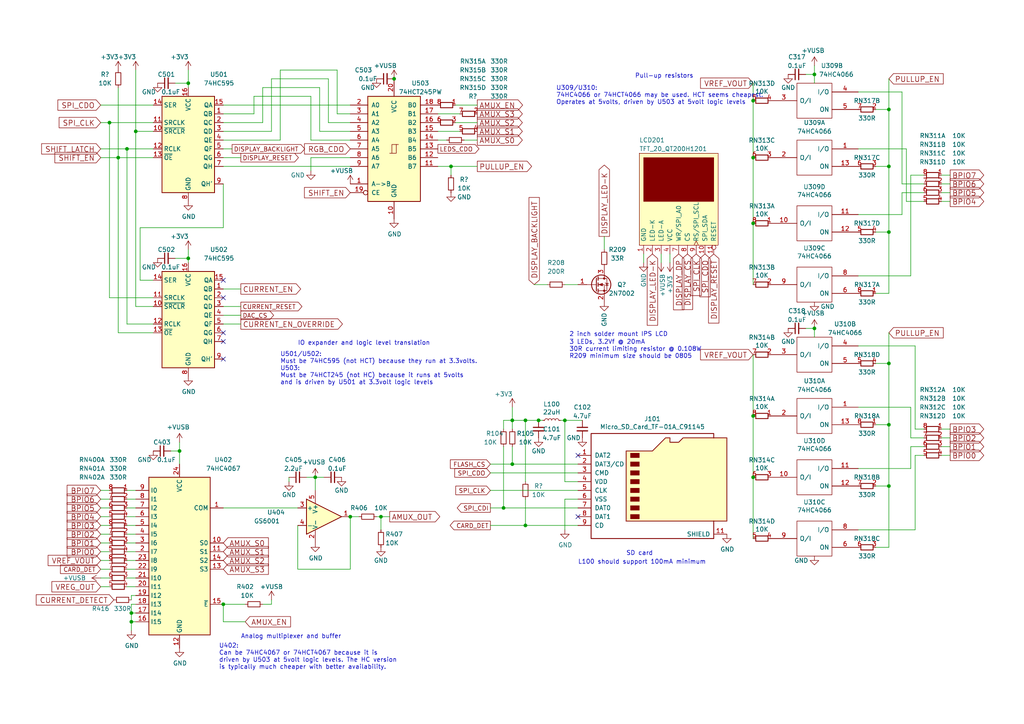
<source format=kicad_sch>
(kicad_sch (version 20230121) (generator eeschema)
  (paper "A4")
  (junction (at 101.6 149.86))
  (junction (at 146.05 147.32))
  (junction (at 91.44 138.43))
  (junction (at 130.81 48.26))
  (junction (at 163.83 121.92))
  (junction (at 236.22 95.25))
  (junction (at 39.37 38.1))
  (junction (at 64.77 175.26))
  (junction (at 218.44 45.72))
  (junction (at 36.83 43.18))
  (junction (at 34.29 45.72))
  (junction (at 54.61 24.13))
  (junction (at 257.81 48.26))
  (junction (at 218.44 64.77))
  (junction (at 38.1 180.34))
  (junction (at 54.61 74.93))
  (junction (at 257.81 31.75))
  (junction (at 218.44 120.65))
  (junction (at 148.59 134.62))
  (junction (at 152.4 121.92))
  (junction (at 31.75 35.56))
  (junction (at 218.44 29.21))
  (junction (at 257.81 140.97))
  (junction (at 218.44 138.43))
  (junction (at 114.3 22.86))
  (junction (at 257.81 67.31))
  (junction (at 110.49 149.86))
  (junction (at 152.4 152.4))
  (junction (at 257.81 123.19))
  (junction (at 38.1 177.8))
  (junction (at 257.81 105.41))
  (junction (at 236.22 21.59))
  (junction (at 148.59 121.92))
  (junction (at 52.07 130.81))
  (junction (at 156.21 121.92))
  (no_connect (at 167.64 132.08))
  (no_connect (at 64.77 99.06))
  (no_connect (at 167.64 149.86))
  (no_connect (at 64.77 104.14))
  (no_connect (at 64.77 96.52))
  (no_connect (at 64.77 81.28))
  (no_connect (at 64.77 86.36))
  (wire (pts (xy 39.37 167.64) (xy 36.83 167.64)))
  (wire (pts (xy 81.28 20.32) (xy 97.79 20.32)))
  (wire (pts (xy 261.62 62.23) (xy 248.92 62.23)))
  (wire (pts (xy 52.07 128.27) (xy 52.07 130.81)))
  (wire (pts (xy 167.64 139.7) (xy 163.83 139.7)))
  (wire (pts (xy 69.85 83.82) (xy 64.77 83.82)))
  (wire (pts (xy 265.43 132.08) (xy 267.97 132.08)))
  (wire (pts (xy 40.64 66.04) (xy 40.64 81.28)))
  (wire (pts (xy 254 123.19) (xy 257.81 123.19)))
  (wire (pts (xy 52.07 134.62) (xy 52.07 130.81)))
  (wire (pts (xy 248.92 153.67) (xy 265.43 153.67)))
  (wire (pts (xy 76.2 35.56) (xy 76.2 25.4)))
  (wire (pts (xy 257.81 96.52) (xy 257.81 105.41)))
  (wire (pts (xy 31.75 152.4) (xy 29.21 152.4)))
  (wire (pts (xy 127 48.26) (xy 130.81 48.26)))
  (wire (pts (xy 264.16 80.01) (xy 248.92 80.01)))
  (wire (pts (xy 148.59 118.11) (xy 148.59 121.92)))
  (wire (pts (xy 39.37 175.26) (xy 38.1 175.26)))
  (wire (pts (xy 64.77 35.56) (xy 76.2 35.56)))
  (wire (pts (xy 104.14 149.86) (xy 101.6 149.86)))
  (wire (pts (xy 73.66 33.02) (xy 73.66 27.94)))
  (wire (pts (xy 248.92 100.33) (xy 265.43 100.33)))
  (wire (pts (xy 31.75 147.32) (xy 29.21 147.32)))
  (wire (pts (xy 163.83 144.78) (xy 163.83 153.67)))
  (wire (pts (xy 64.77 38.1) (xy 78.74 38.1)))
  (wire (pts (xy 39.37 154.94) (xy 36.83 154.94)))
  (wire (pts (xy 152.4 144.78) (xy 152.4 152.4)))
  (wire (pts (xy 261.62 26.67) (xy 261.62 53.34)))
  (wire (pts (xy 273.05 127) (xy 275.59 127)))
  (wire (pts (xy 50.8 24.13) (xy 54.61 24.13)))
  (wire (pts (xy 91.44 138.43) (xy 91.44 142.24)))
  (wire (pts (xy 36.83 93.98) (xy 36.83 43.18)))
  (wire (pts (xy 218.44 120.65) (xy 218.44 138.43)))
  (wire (pts (xy 54.61 20.32) (xy 54.61 24.13)))
  (wire (pts (xy 262.89 43.18) (xy 262.89 58.42)))
  (wire (pts (xy 44.45 38.1) (xy 39.37 38.1)))
  (wire (pts (xy 148.59 134.62) (xy 142.24 134.62)))
  (wire (pts (xy 175.26 68.58) (xy 175.26 72.39)))
  (wire (pts (xy 71.12 180.34) (xy 64.77 180.34)))
  (wire (pts (xy 218.44 24.13) (xy 218.44 29.21)))
  (wire (pts (xy 233.68 21.59) (xy 236.22 21.59)))
  (wire (pts (xy 273.05 53.34) (xy 275.59 53.34)))
  (wire (pts (xy 257.81 105.41) (xy 257.81 123.19)))
  (wire (pts (xy 97.79 33.02) (xy 101.6 33.02)))
  (wire (pts (xy 36.83 43.18) (xy 44.45 43.18)))
  (wire (pts (xy 31.75 35.56) (xy 29.21 35.56)))
  (wire (pts (xy 264.16 50.8) (xy 264.16 80.01)))
  (wire (pts (xy 148.59 121.92) (xy 152.4 121.92)))
  (wire (pts (xy 236.22 95.25) (xy 236.22 97.79)))
  (wire (pts (xy 254 140.97) (xy 257.81 140.97)))
  (wire (pts (xy 254 48.26) (xy 257.81 48.26)))
  (wire (pts (xy 265.43 132.08) (xy 265.43 153.67)))
  (wire (pts (xy 38.1 172.72) (xy 39.37 172.72)))
  (wire (pts (xy 64.77 48.26) (xy 101.6 48.26)))
  (wire (pts (xy 157.48 121.92) (xy 156.21 121.92)))
  (wire (pts (xy 38.1 180.34) (xy 38.1 182.88)))
  (wire (pts (xy 78.74 175.26) (xy 76.2 175.26)))
  (wire (pts (xy 236.22 24.13) (xy 236.22 21.59)))
  (wire (pts (xy 262.89 58.42) (xy 267.97 58.42)))
  (wire (pts (xy 261.62 55.88) (xy 261.62 62.23)))
  (wire (pts (xy 71.12 175.26) (xy 64.77 175.26)))
  (wire (pts (xy 90.17 40.64) (xy 101.6 40.64)))
  (wire (pts (xy 254 31.75) (xy 257.81 31.75)))
  (wire (pts (xy 50.8 74.93) (xy 54.61 74.93)))
  (wire (pts (xy 90.17 45.72) (xy 90.17 49.53)))
  (wire (pts (xy 39.37 162.56) (xy 36.83 162.56)))
  (wire (pts (xy 110.49 153.67) (xy 110.49 149.86)))
  (wire (pts (xy 109.22 149.86) (xy 110.49 149.86)))
  (wire (pts (xy 29.21 170.18) (xy 31.75 170.18)))
  (wire (pts (xy 264.16 127) (xy 264.16 118.11)))
  (wire (pts (xy 64.77 180.34) (xy 64.77 175.26)))
  (wire (pts (xy 127 40.64) (xy 129.54 40.64)))
  (wire (pts (xy 36.83 43.18) (xy 29.21 43.18)))
  (wire (pts (xy 254 67.31) (xy 257.81 67.31)))
  (wire (pts (xy 29.21 165.1) (xy 31.75 165.1)))
  (wire (pts (xy 167.64 152.4) (xy 152.4 152.4)))
  (wire (pts (xy 257.81 123.19) (xy 257.81 140.97)))
  (wire (pts (xy 148.59 121.92) (xy 148.59 124.46)))
  (wire (pts (xy 146.05 121.92) (xy 146.05 124.46)))
  (wire (pts (xy 148.59 129.54) (xy 148.59 134.62)))
  (wire (pts (xy 78.74 173.99) (xy 78.74 175.26)))
  (wire (pts (xy 36.83 144.78) (xy 39.37 144.78)))
  (wire (pts (xy 186.69 73.66) (xy 186.69 76.2)))
  (wire (pts (xy 81.28 40.64) (xy 81.28 20.32)))
  (wire (pts (xy 36.83 152.4) (xy 39.37 152.4)))
  (wire (pts (xy 127 33.02) (xy 133.35 33.02)))
  (wire (pts (xy 38.1 175.26) (xy 38.1 177.8)))
  (wire (pts (xy 273.05 50.8) (xy 275.59 50.8)))
  (wire (pts (xy 167.64 144.78) (xy 163.83 144.78)))
  (wire (pts (xy 97.79 20.32) (xy 97.79 33.02)))
  (wire (pts (xy 130.81 48.26) (xy 138.43 48.26)))
  (wire (pts (xy 73.66 27.94) (xy 90.17 27.94)))
  (wire (pts (xy 39.37 20.32) (xy 39.37 38.1)))
  (wire (pts (xy 257.81 22.86) (xy 257.81 31.75)))
  (wire (pts (xy 273.05 58.42) (xy 275.59 58.42)))
  (wire (pts (xy 36.83 170.18) (xy 39.37 170.18)))
  (wire (pts (xy 86.36 165.1) (xy 101.6 165.1)))
  (wire (pts (xy 273.05 129.54) (xy 275.59 129.54)))
  (wire (pts (xy 146.05 147.32) (xy 142.24 147.32)))
  (wire (pts (xy 248.92 26.67) (xy 261.62 26.67)))
  (wire (pts (xy 95.25 22.86) (xy 95.25 35.56)))
  (wire (pts (xy 64.77 40.64) (xy 81.28 40.64)))
  (wire (pts (xy 31.75 142.24) (xy 29.21 142.24)))
  (wire (pts (xy 264.16 129.54) (xy 267.97 129.54)))
  (wire (pts (xy 133.35 38.1) (xy 127 38.1)))
  (wire (pts (xy 254 158.75) (xy 257.81 158.75)))
  (wire (pts (xy 92.71 38.1) (xy 101.6 38.1)))
  (wire (pts (xy 78.74 22.86) (xy 95.25 22.86)))
  (wire (pts (xy 44.45 96.52) (xy 34.29 96.52)))
  (wire (pts (xy 191.77 73.66) (xy 191.77 76.2)))
  (wire (pts (xy 261.62 53.34) (xy 267.97 53.34)))
  (wire (pts (xy 273.05 55.88) (xy 275.59 55.88)))
  (wire (pts (xy 69.85 88.9) (xy 64.77 88.9)))
  (wire (pts (xy 29.21 160.02) (xy 31.75 160.02)))
  (wire (pts (xy 93.98 138.43) (xy 91.44 138.43)))
  (wire (pts (xy 83.82 138.43) (xy 83.82 139.7)))
  (wire (pts (xy 38.1 173.99) (xy 38.1 172.72)))
  (wire (pts (xy 67.31 43.18) (xy 64.77 43.18)))
  (wire (pts (xy 39.37 88.9) (xy 39.37 38.1)))
  (wire (pts (xy 29.21 157.48) (xy 31.75 157.48)))
  (wire (pts (xy 168.91 121.92) (xy 163.83 121.92)))
  (wire (pts (xy 158.75 82.55) (xy 154.94 82.55)))
  (wire (pts (xy 64.77 33.02) (xy 73.66 33.02)))
  (wire (pts (xy 64.77 66.04) (xy 40.64 66.04)))
  (wire (pts (xy 40.64 81.28) (xy 44.45 81.28)))
  (wire (pts (xy 257.81 140.97) (xy 257.81 158.75)))
  (wire (pts (xy 248.92 43.18) (xy 262.89 43.18)))
  (wire (pts (xy 34.29 96.52) (xy 34.29 45.72)))
  (wire (pts (xy 64.77 91.44) (xy 69.85 91.44)))
  (wire (pts (xy 90.17 27.94) (xy 90.17 40.64)))
  (wire (pts (xy 273.05 124.46) (xy 275.59 124.46)))
  (wire (pts (xy 44.45 35.56) (xy 31.75 35.56)))
  (wire (pts (xy 29.21 144.78) (xy 31.75 144.78)))
  (wire (pts (xy 134.62 40.64) (xy 138.43 40.64)))
  (wire (pts (xy 264.16 127) (xy 267.97 127)))
  (wire (pts (xy 265.43 124.46) (xy 265.43 100.33)))
  (wire (pts (xy 163.83 82.55) (xy 167.64 82.55)))
  (wire (pts (xy 167.64 137.16) (xy 142.24 137.16)))
  (wire (pts (xy 64.77 147.32) (xy 86.36 147.32)))
  (wire (pts (xy 152.4 152.4) (xy 142.24 152.4)))
  (wire (pts (xy 264.16 50.8) (xy 267.97 50.8)))
  (wire (pts (xy 130.81 50.8) (xy 130.81 48.26)))
  (wire (pts (xy 44.45 88.9) (xy 39.37 88.9)))
  (wire (pts (xy 167.64 142.24) (xy 142.24 142.24)))
  (wire (pts (xy 38.1 177.8) (xy 38.1 180.34)))
  (wire (pts (xy 64.77 53.34) (xy 64.77 66.04)))
  (wire (pts (xy 101.6 165.1) (xy 101.6 149.86)))
  (wire (pts (xy 54.61 74.93) (xy 54.61 76.2)))
  (wire (pts (xy 257.81 67.31) (xy 257.81 85.09)))
  (wire (pts (xy 218.44 45.72) (xy 218.44 64.77)))
  (wire (pts (xy 39.37 177.8) (xy 38.1 177.8)))
  (wire (pts (xy 36.83 157.48) (xy 39.37 157.48)))
  (wire (pts (xy 34.29 25.4) (xy 34.29 45.72)))
  (wire (pts (xy 44.45 86.36) (xy 31.75 86.36)))
  (wire (pts (xy 31.75 162.56) (xy 29.21 162.56)))
  (wire (pts (xy 88.9 138.43) (xy 91.44 138.43)))
  (wire (pts (xy 39.37 142.24) (xy 36.83 142.24)))
  (wire (pts (xy 36.83 149.86) (xy 39.37 149.86)))
  (wire (pts (xy 31.75 86.36) (xy 31.75 35.56)))
  (wire (pts (xy 218.44 102.87) (xy 218.44 120.65)))
  (wire (pts (xy 49.53 130.81) (xy 52.07 130.81)))
  (wire (pts (xy 44.45 30.48) (xy 29.21 30.48)))
  (wire (pts (xy 64.77 30.48) (xy 101.6 30.48)))
  (wire (pts (xy 167.64 134.62) (xy 148.59 134.62)))
  (wire (pts (xy 146.05 129.54) (xy 146.05 147.32)))
  (wire (pts (xy 264.16 129.54) (xy 264.16 135.89)))
  (wire (pts (xy 236.22 19.05) (xy 236.22 21.59)))
  (wire (pts (xy 86.36 152.4) (xy 86.36 165.1)))
  (wire (pts (xy 233.68 95.25) (xy 236.22 95.25)))
  (wire (pts (xy 257.81 48.26) (xy 257.81 67.31)))
  (wire (pts (xy 218.44 138.43) (xy 218.44 156.21)))
  (wire (pts (xy 148.59 121.92) (xy 146.05 121.92)))
  (wire (pts (xy 218.44 64.77) (xy 218.44 82.55)))
  (wire (pts (xy 254 105.41) (xy 257.81 105.41)))
  (wire (pts (xy 54.61 72.39) (xy 54.61 74.93)))
  (wire (pts (xy 44.45 45.72) (xy 34.29 45.72)))
  (wire (pts (xy 29.21 149.86) (xy 31.75 149.86)))
  (wire (pts (xy 254 85.09) (xy 257.81 85.09)))
  (wire (pts (xy 101.6 45.72) (xy 90.17 45.72)))
  (wire (pts (xy 163.83 139.7) (xy 163.83 121.92)))
  (wire (pts (xy 152.4 139.7) (xy 152.4 121.92)))
  (wire (pts (xy 265.43 124.46) (xy 267.97 124.46)))
  (wire (pts (xy 44.45 93.98) (xy 36.83 93.98)))
  (wire (pts (xy 152.4 121.92) (xy 156.21 121.92)))
  (wire (pts (xy 64.77 45.72) (xy 69.85 45.72)))
  (wire (pts (xy 39.37 160.02) (xy 36.83 160.02)))
  (wire (pts (xy 36.83 165.1) (xy 39.37 165.1)))
  (wire (pts (xy 78.74 38.1) (xy 78.74 22.86)))
  (wire (pts (xy 273.05 132.08) (xy 275.59 132.08)))
  (wire (pts (xy 95.25 35.56) (xy 101.6 35.56)))
  (wire (pts (xy 110.49 149.86) (xy 113.03 149.86)))
  (wire (pts (xy 29.21 45.72) (xy 34.29 45.72)))
  (wire (pts (xy 257.81 31.75) (xy 257.81 48.26)))
  (wire (pts (xy 69.85 93.98) (xy 64.77 93.98)))
  (wire (pts (xy 194.31 73.66) (xy 194.31 76.2)))
  (wire (pts (xy 218.44 29.21) (xy 218.44 45.72)))
  (wire (pts (xy 132.08 30.48) (xy 138.43 30.48)))
  (wire (pts (xy 167.64 147.32) (xy 146.05 147.32)))
  (wire (pts (xy 29.21 154.94) (xy 31.75 154.94)))
  (wire (pts (xy 162.56 121.92) (xy 163.83 121.92)))
  (wire (pts (xy 138.43 35.56) (xy 132.08 35.56)))
  (wire (pts (xy 261.62 55.88) (xy 267.97 55.88)))
  (wire (pts (xy 248.92 118.11) (xy 264.16 118.11)))
  (wire (pts (xy 39.37 147.32) (xy 36.83 147.32)))
  (wire (pts (xy 39.37 180.34) (xy 38.1 180.34)))
  (wire (pts (xy 76.2 25.4) (xy 92.71 25.4)))
  (wire (pts (xy 248.92 135.89) (xy 264.16 135.89)))
  (wire (pts (xy 31.75 167.64) (xy 29.21 167.64)))
  (wire (pts (xy 54.61 24.13) (xy 54.61 25.4)))
  (wire (pts (xy 92.71 25.4) (xy 92.71 38.1)))
  (text "3 LEDs, 3.2Vf @ 20mA\n30R current limiting resistor @ 0.108W\nR209 minimum size should be 0805" (at 165.1 104.14 0) (effects (font (size 1.27 1.27)) (justify left bottom)))
  (text "2 inch solder mount IPS LCD" (at 165.1 97.79 0) (effects (font (size 1.27 1.27)) (justify left bottom)))
  (text "U402:\nCan be 74HC4067 or 74HCT4067 because it is \ndriven by U503 at 5volt logic levels. The HC version \nis typically much cheaper with better availability." (at 63.5 194.31 0) (effects (font (size 1.27 1.27)) (justify left bottom)))
  (text "SD card" (at 181.61 161.29 0) (effects (font (size 1.27 1.27)) (justify left bottom)))
  (text "Analog multiplexer and buffer" (at 69.85 185.42 0) (effects (font (size 1.27 1.27)) (justify left bottom)))
  (text "U501/U502:\nMust be 74HC595 (not HCT) because they run at 3.3volts.\nU503:\nMust be 74HCT245 (not HC) because it runs at 5volts\nand is driven by U501 at 3.3volt logic levels" (at 81.28 111.76 0) (effects (font (size 1.27 1.27)) (justify left bottom)))
  (text "U309/U310:\n74HC4066 or 74HCT4066 may be used. HCT seems cheapest.\nOperates at 5volts, driven by U503 at 5volt logic levels" (at 161.29 30.48 0) (effects (font (size 1.27 1.27)) (justify left bottom)))
  (text "L100 should support 100mA minimum" (at 167.64 163.83 0) (effects (font (size 1.27 1.27)) (justify left bottom)))
  (text "IO expander and logic level translation" (at 86.36 100.33 0) (effects (font (size 1.27 1.27)) (justify left bottom)))
  (text "Pull-up resistors" (at 184.15 22.86 0) (effects (font (size 1.27 1.27)) (justify left bottom)))
  (global_label "BPIO4" (shape output) (at 275.59 58.42 0) (effects (font (size 1.524 1.524))) (property "Intersheetrefs" "${INTERSHEET_REFS}" (effects hide)))
  (global_label "SHIFT_EN" (shape input) (at 29.21 45.72 180) (effects (font (size 1.524 1.524))) (property "Intersheetrefs" "${INTERSHEET_REFS}" (effects hide)))
  (global_label "DISPLAY_BACKLIGHT" (shape output) (at 67.31 43.18 0) (property "Intersheetrefs" "${INTERSHEET_REFS}" (effects hide)))
  (global_label "SPI_CDO" (shape input) (at 204.47 73.66 270) (effects (font (size 1.524 1.524))) (property "Intersheetrefs" "${INTERSHEET_REFS}" (effects hide)))
  (global_label "DAC_CS" (shape output) (at 69.85 91.44 0) (property "Intersheetrefs" "${INTERSHEET_REFS}" (effects hide)))
  (global_label "PULLUP_EN" (shape input) (at 257.81 22.86 0) (effects (font (size 1.524 1.524))) (property "Intersheetrefs" "${INTERSHEET_REFS}" (effects hide)))
  (global_label "AMUX_EN" (shape output) (at 138.43 30.48 0) (effects (font (size 1.524 1.524))) (property "Intersheetrefs" "${INTERSHEET_REFS}" (effects hide)))
  (global_label "BPIO2" (shape output) (at 275.59 127 0) (effects (font (size 1.524 1.524))) (property "Intersheetrefs" "${INTERSHEET_REFS}" (effects hide)))
  (global_label "PULLUP_EN" (shape input) (at 257.81 96.52 0) (effects (font (size 1.524 1.524))) (property "Intersheetrefs" "${INTERSHEET_REFS}" (effects hide)))
  (global_label "SPI_CLK" (shape input) (at 201.93 73.66 270) (effects (font (size 1.524 1.524))) (property "Intersheetrefs" "${INTERSHEET_REFS}" (effects hide)))
  (global_label "CURRENT_RESET" (shape output) (at 69.85 88.9 0) (property "Intersheetrefs" "${INTERSHEET_REFS}" (effects hide)))
  (global_label "AMUX_S0" (shape output) (at 138.43 40.64 0) (effects (font (size 1.524 1.524))) (property "Intersheetrefs" "${INTERSHEET_REFS}" (effects hide)))
  (global_label "SPI_CDO" (shape input) (at 29.21 30.48 180) (effects (font (size 1.524 1.524))) (property "Intersheetrefs" "${INTERSHEET_REFS}" (effects hide)))
  (global_label "AMUX_S0" (shape input) (at 64.77 157.48 0) (effects (font (size 1.524 1.524))) (property "Intersheetrefs" "${INTERSHEET_REFS}" (effects hide)))
  (global_label "BPIO1" (shape output) (at 275.59 129.54 0) (effects (font (size 1.524 1.524))) (property "Intersheetrefs" "${INTERSHEET_REFS}" (effects hide)))
  (global_label "DISPLAY_LED-K" (shape input) (at 189.23 73.66 270) (effects (font (size 1.524 1.524))) (property "Intersheetrefs" "${INTERSHEET_REFS}" (effects hide)))
  (global_label "AMUX_S2" (shape output) (at 138.43 35.56 0) (effects (font (size 1.524 1.524))) (property "Intersheetrefs" "${INTERSHEET_REFS}" (effects hide)))
  (global_label "AMUX_S1" (shape output) (at 138.43 38.1 0) (effects (font (size 1.524 1.524))) (property "Intersheetrefs" "${INTERSHEET_REFS}" (effects hide)))
  (global_label "CARD_DET" (shape input) (at 29.21 165.1 180) (property "Intersheetrefs" "${INTERSHEET_REFS}" (effects hide)))
  (global_label "VREF_VOUT" (shape input) (at 29.21 162.56 180) (effects (font (size 1.524 1.524))) (property "Intersheetrefs" "${INTERSHEET_REFS}" (effects hide)))
  (global_label "BPIO0" (shape input) (at 29.21 160.02 180) (effects (font (size 1.524 1.524))) (property "Intersheetrefs" "${INTERSHEET_REFS}" (effects hide)))
  (global_label "AMUX_S1" (shape input) (at 64.77 160.02 0) (effects (font (size 1.524 1.524))) (property "Intersheetrefs" "${INTERSHEET_REFS}" (effects hide)))
  (global_label "CURRENT_EN" (shape output) (at 69.85 83.82 0) (effects (font (size 1.524 1.524))) (property "Intersheetrefs" "${INTERSHEET_REFS}" (effects hide)))
  (global_label "CURRENT_DETECT" (shape input) (at 33.02 173.99 180) (effects (font (size 1.524 1.524))) (property "Intersheetrefs" "${INTERSHEET_REFS}" (effects hide)))
  (global_label "BPIO0" (shape output) (at 275.59 132.08 0) (effects (font (size 1.524 1.524))) (property "Intersheetrefs" "${INTERSHEET_REFS}" (effects hide)))
  (global_label "VREG_OUT" (shape input) (at 29.21 170.18 180) (effects (font (size 1.524 1.524))) (property "Intersheetrefs" "${INTERSHEET_REFS}" (effects hide)))
  (global_label "DISPLAY_BACKLIGHT" (shape input) (at 154.94 82.55 90) (effects (font (size 1.524 1.524))) (property "Intersheetrefs" "${INTERSHEET_REFS}" (effects hide)))
  (global_label "BPIO7" (shape input) (at 29.21 142.24 180) (effects (font (size 1.524 1.524))) (property "Intersheetrefs" "${INTERSHEET_REFS}" (effects hide)))
  (global_label "SPI_CLK" (shape input) (at 142.24 142.24 180) (property "Intersheetrefs" "${INTERSHEET_REFS}" (effects hide)))
  (global_label "AMUX_S3" (shape input) (at 64.77 165.1 0) (effects (font (size 1.524 1.524))) (property "Intersheetrefs" "${INTERSHEET_REFS}" (effects hide)))
  (global_label "BPIO5" (shape output) (at 275.59 55.88 0) (effects (font (size 1.524 1.524))) (property "Intersheetrefs" "${INTERSHEET_REFS}" (effects hide)))
  (global_label "FLASH_CS" (shape input) (at 142.24 134.62 180) (property "Intersheetrefs" "${INTERSHEET_REFS}" (effects hide)))
  (global_label "LEDS_CDO" (shape output) (at 127 43.18 0) (property "Intersheetrefs" "${INTERSHEET_REFS}" (effects hide)))
  (global_label "AMUX_S3" (shape output) (at 138.43 33.02 0) (effects (font (size 1.524 1.524))) (property "Intersheetrefs" "${INTERSHEET_REFS}" (effects hide)))
  (global_label "DISPLAY_RESET" (shape input) (at 207.01 73.66 270) (effects (font (size 1.524 1.524))) (property "Intersheetrefs" "${INTERSHEET_REFS}" (effects hide)))
  (global_label "BPIO4" (shape input) (at 29.21 149.86 180) (effects (font (size 1.524 1.524))) (property "Intersheetrefs" "${INTERSHEET_REFS}" (effects hide)))
  (global_label "VREF_VOUT" (shape input) (at 218.44 24.13 180) (effects (font (size 1.524 1.524))) (property "Intersheetrefs" "${INTERSHEET_REFS}" (effects hide)))
  (global_label "BPIO3" (shape input) (at 29.21 152.4 180) (effects (font (size 1.524 1.524))) (property "Intersheetrefs" "${INTERSHEET_REFS}" (effects hide)))
  (global_label "PULLUP_EN" (shape output) (at 138.43 48.26 0) (effects (font (size 1.524 1.524))) (property "Intersheetrefs" "${INTERSHEET_REFS}" (effects hide)))
  (global_label "BPIO5" (shape input) (at 29.21 147.32 180) (effects (font (size 1.524 1.524))) (property "Intersheetrefs" "${INTERSHEET_REFS}" (effects hide)))
  (global_label "BPIO7" (shape output) (at 275.59 50.8 0) (effects (font (size 1.524 1.524))) (property "Intersheetrefs" "${INTERSHEET_REFS}" (effects hide)))
  (global_label "VREF_VOUT" (shape input) (at 218.44 102.87 180) (effects (font (size 1.524 1.524))) (property "Intersheetrefs" "${INTERSHEET_REFS}" (effects hide)))
  (global_label "DISPLAY_RESET" (shape output) (at 69.85 45.72 0) (property "Intersheetrefs" "${INTERSHEET_REFS}" (effects hide)))
  (global_label "BPIO2" (shape input) (at 29.21 154.94 180) (effects (font (size 1.524 1.524))) (property "Intersheetrefs" "${INTERSHEET_REFS}" (effects hide)))
  (global_label "SPI_CDO" (shape input) (at 142.24 137.16 180) (property "Intersheetrefs" "${INTERSHEET_REFS}" (effects hide)))
  (global_label "SPI_CLK" (shape input) (at 29.21 35.56 180) (effects (font (size 1.524 1.524))) (property "Intersheetrefs" "${INTERSHEET_REFS}" (effects hide)))
  (global_label "BPIO1" (shape input) (at 29.21 157.48 180) (effects (font (size 1.524 1.524))) (property "Intersheetrefs" "${INTERSHEET_REFS}" (effects hide)))
  (global_label "SPI_CDI" (shape output) (at 142.24 147.32 180) (property "Intersheetrefs" "${INTERSHEET_REFS}" (effects hide)))
  (global_label "AMUX_S2" (shape input) (at 64.77 162.56 0) (effects (font (size 1.524 1.524))) (property "Intersheetrefs" "${INTERSHEET_REFS}" (effects hide)))
  (global_label "CARD_DET" (shape output) (at 142.24 152.4 180) (property "Intersheetrefs" "${INTERSHEET_REFS}" (effects hide)))
  (global_label "RGB_CDO" (shape input) (at 101.6 43.18 180) (effects (font (size 1.524 1.524))) (property "Intersheetrefs" "${INTERSHEET_REFS}" (effects hide)))
  (global_label "SHIFT_LATCH" (shape input) (at 29.21 43.18 180) (effects (font (size 1.524 1.524))) (property "Intersheetrefs" "${INTERSHEET_REFS}" (effects hide)))
  (global_label "CURRENT_EN_OVERRIDE" (shape output) (at 69.85 93.98 0) (effects (font (size 1.524 1.524))) (property "Intersheetrefs" "${INTERSHEET_REFS}" (effects hide)))
  (global_label "BPIO6" (shape input) (at 29.21 144.78 180) (effects (font (size 1.524 1.524))) (property "Intersheetrefs" "${INTERSHEET_REFS}" (effects hide)))
  (global_label "DISPLAY_CS" (shape input) (at 199.39 73.66 270) (effects (font (size 1.524 1.524))) (property "Intersheetrefs" "${INTERSHEET_REFS}" (effects hide)))
  (global_label "AMUX_EN" (shape input) (at 71.12 180.34 0) (effects (font (size 1.524 1.524))) (property "Intersheetrefs" "${INTERSHEET_REFS}" (effects hide)))
  (global_label "AMUX_OUT" (shape output) (at 113.03 149.86 0) (effects (font (size 1.524 1.524))) (property "Intersheetrefs" "${INTERSHEET_REFS}" (effects hide)))
  (global_label "DISPLAY_LED-K" (shape output) (at 175.26 68.58 90) (effects (font (size 1.524 1.524))) (property "Intersheetrefs" "${INTERSHEET_REFS}" (effects hide)))
  (global_label "DISPLAY_DP" (shape input) (at 196.85 73.66 270) (effects (font (size 1.524 1.524))) (property "Intersheetrefs" "${INTERSHEET_REFS}" (effects hide)))
  (global_label "SHIFT_EN" (shape input) (at 101.6 55.88 180) (effects (font (size 1.524 1.524))) (property "Intersheetrefs" "${INTERSHEET_REFS}" (effects hide)))
  (global_label "BPIO3" (shape output) (at 275.59 124.46 0) (effects (font (size 1.524 1.524))) (property "Intersheetrefs" "${INTERSHEET_REFS}" (effects hide)))
  (global_label "BPIO6" (shape output) (at 275.59 53.34 0) (effects (font (size 1.524 1.524))) (property "Intersheetrefs" "${INTERSHEET_REFS}" (effects hide)))
  (symbol (lib_id "BusPirate-5-rev8-rescue:4066-4xxx_IEEE") (at 236.22 29.21 0) (mirror y) (unit 2)
    (property "Reference" "U309" (at 241.3 19.05 0))
    (property "Value" "74HC4066" (at 242.57 21.59 0))
    (property "Footprint" "Package_SO:TSSOP-14_4.4x5mm_P0.65mm" (effects hide))
    (property "RMB" "0.916" (effects hide))
    (property "Supplier" "https://item.szlcsc.com/27177.html" (effects hide))
  )
  (symbol (lib_id "BusPirate-5-rev8-rescue:4066-4xxx_IEEE") (at 236.22 45.72 0) (mirror y) (unit 1)
    (property "Reference" "U309" (at 236.22 35.56 0))
    (property "Value" "74HC4066" (at 236.22 38.1 0))
    (property "Footprint" "Package_SO:TSSOP-14_4.4x5mm_P0.65mm" (effects hide))
    (property "RMB" "0.916" (effects hide))
    (property "Supplier" "https://item.szlcsc.com/27177.html" (effects hide))
  )
  (symbol (lib_id "BusPirate-5-rev8-rescue:4066-4xxx_IEEE") (at 236.22 64.77 0) (mirror y) (unit 4)
    (property "Reference" "U309" (at 236.22 54.2036 0))
    (property "Value" "74HC4066" (at 236.22 56.515 0))
    (property "Footprint" "Package_SO:TSSOP-14_4.4x5mm_P0.65mm" (effects hide))
    (property "RMB" "0.916" (effects hide))
    (property "Supplier" "https://item.szlcsc.com/27177.html" (effects hide))
  )
  (symbol (lib_id "BusPirate-5-rev8-rescue:4066-4xxx_IEEE") (at 236.22 82.55 0) (mirror y) (unit 3)
    (property "Reference" "U309" (at 236.22 71.9836 0))
    (property "Value" "74HC4066" (at 236.22 74.295 0))
    (property "Footprint" "Package_SO:TSSOP-14_4.4x5mm_P0.65mm" (effects hide))
    (property "RMB" "0.916" (effects hide))
    (property "Supplier" "https://item.szlcsc.com/27177.html" (effects hide))
  )
  (symbol (lib_id "Device:R_Small") (at 73.66 175.26 270) (unit 1)
    (property "Reference" "R402" (at 73.66 170.18 90) (effects (justify right)))
    (property "Value" "10K" (at 73.66 172.72 90) (effects (justify right)))
    (property "Footprint" "Resistor_SMD:R_0402_1005Metric" (effects hide))
    (property "RMB" "0.004864" (effects hide))
    (property "Supplier" "https://item.szlcsc.com/61542.html" (effects hide))
  )
  (symbol (lib_id "BusPirate-5-rev8-rescue:4066-4xxx_IEEE") (at 236.22 102.87 0) (mirror y) (unit 2)
    (property "Reference" "U310" (at 245.11 93.98 0))
    (property "Value" "74HC4066" (at 245.11 96.52 0))
    (property "Footprint" "Package_SO:TSSOP-14_4.4x5mm_P0.65mm" (effects hide))
    (property "RMB" "0.916" (effects hide))
    (property "Supplier" "https://item.szlcsc.com/27177.html" (effects hide))
  )
  (symbol (lib_id "BusPirate-5-rev8-rescue:4066-4xxx_IEEE") (at 236.22 120.65 0) (mirror y) (unit 1)
    (property "Reference" "U310" (at 236.22 110.49 0))
    (property "Value" "74HC4066" (at 236.22 113.03 0))
    (property "Footprint" "Package_SO:TSSOP-14_4.4x5mm_P0.65mm" (effects hide))
    (property "RMB" "0.916" (effects hide))
    (property "Supplier" "https://item.szlcsc.com/27177.html" (effects hide))
  )
  (symbol (lib_id "BusPirate-5-rev8-rescue:4066-4xxx_IEEE") (at 236.22 138.43 0) (mirror y) (unit 4)
    (property "Reference" "U310" (at 236.22 127.8636 0))
    (property "Value" "74HC4066" (at 236.22 130.175 0))
    (property "Footprint" "Package_SO:TSSOP-14_4.4x5mm_P0.65mm" (effects hide))
    (property "RMB" "0.916" (effects hide))
    (property "Supplier" "https://item.szlcsc.com/27177.html" (effects hide))
  )
  (symbol (lib_id "BusPirate-5-rev8-rescue:4066-4xxx_IEEE") (at 236.22 156.21 0) (mirror y) (unit 3)
    (property "Reference" "U310" (at 236.22 145.6436 0))
    (property "Value" "74HC4066" (at 236.22 147.955 0))
    (property "Footprint" "Package_SO:TSSOP-14_4.4x5mm_P0.65mm" (effects hide))
    (property "RMB" "0.916" (effects hide))
    (property "Supplier" "https://item.szlcsc.com/27177.html" (effects hide))
  )
  (symbol (lib_id "Device:R_Small") (at 106.68 149.86 90) (unit 1)
    (property "Reference" "R406" (at 104.14 147.32 90))
    (property "Value" "10K" (at 110.49 147.32 90))
    (property "Footprint" "Resistor_SMD:R_0402_1005Metric" (effects hide))
    (property "RMB" "0.004864" (effects hide))
    (property "Supplier" "https://item.szlcsc.com/61542.html" (effects hide))
  )
  (symbol (lib_id "power:GND") (at 236.22 87.63 0) (unit 1)
    (property "Reference" "#PWR0361" (effects hide))
    (property "Value" "GND" (at 240.03 88.9 0))
  )
  (symbol (lib_id "Device:C_Small") (at 231.14 21.59 90) (unit 1)
    (property "Reference" "C317" (at 231.14 16.51 90))
    (property "Value" "0.1uF" (at 231.14 19.05 90))
    (property "Footprint" "Capacitor_SMD:C_0402_1005Metric" (effects hide))
    (property "RMB" "0.00628" (effects hide))
    (property "Supplier" "https://item.szlcsc.com/1877.html" (effects hide))
  )
  (symbol (lib_id "power:GND") (at 228.6 21.59 0) (unit 1)
    (property "Reference" "#PWR0358" (effects hide))
    (property "Value" "GND" (at 228.6 25.4 0))
  )
  (symbol (lib_id "power:GND") (at 236.22 161.29 0) (unit 1)
    (property "Reference" "#PWR0363" (effects hide))
    (property "Value" "GND" (at 232.41 162.56 0))
  )
  (symbol (lib_id "Device:C_Small") (at 231.14 95.25 90) (unit 1)
    (property "Reference" "C318" (at 231.14 90.17 90))
    (property "Value" "0.1uF" (at 231.14 92.71 90))
    (property "Footprint" "Capacitor_SMD:C_0402_1005Metric" (effects hide))
    (property "RMB" "0.00628" (effects hide))
    (property "Supplier" "https://item.szlcsc.com/1877.html" (effects hide))
  )
  (symbol (lib_id "power:GND") (at 228.6 95.25 0) (unit 1)
    (property "Reference" "#PWR0359" (effects hide))
    (property "Value" "GND" (at 228.6 99.06 0))
  )
  (symbol (lib_id "power:GND") (at 52.07 187.96 0) (unit 1)
    (property "Reference" "#PWR0409" (effects hide))
    (property "Value" "GND" (at 52.197 192.3542 0))
  )
  (symbol (lib_id "Device:C_Small") (at 46.99 130.81 90) (unit 1)
    (property "Reference" "C403" (at 46.99 128.27 90))
    (property "Value" "0.1uF" (at 48.26 133.35 90))
    (property "Footprint" "Capacitor_SMD:C_0402_1005Metric" (effects hide))
    (property "RMB" "0.00628" (effects hide))
    (property "Supplier" "https://item.szlcsc.com/1877.html" (effects hide))
  )
  (symbol (lib_id "power:GND") (at 44.45 130.81 0) (unit 1)
    (property "Reference" "#PWR0407" (effects hide))
    (property "Value" "GND" (at 41.91 133.35 0))
  )
  (symbol (lib_id "74xx:CD74HC4067M") (at 52.07 160.02 0) (mirror y) (unit 1)
    (property "Reference" "U402" (at 64.77 133.35 0))
    (property "Value" "74HC4067" (at 64.77 135.89 0))
    (property "Footprint" "Package_SO:TSSOP-24_4.4x7.8mm_P0.65mm" (effects hide))
    (property "Datasheet" "http://www.ti.com/lit/ds/symlink/cd74hc4067.pdf" (effects hide))
    (property "Supplier" "https://eu.mouser.com/ProductDetail/Nexperia/74HCT4067PW118" (effects hide))
    (property "USD" "0.762" (effects hide))
  )
  (symbol (lib_id "BusPirate-5-rev8-rescue:+VUSB-dp-power") (at 52.07 128.27 0) (unit 1)
    (property "Reference" "#PWR0408" (effects hide))
    (property "Value" "+VUSB" (at 51.689 123.8758 0))
  )
  (symbol (lib_id "BusPirate-5-rev8-rescue:+VUSB-dp-power") (at 236.22 19.05 0) (unit 1)
    (property "Reference" "#PWR0360" (effects hide))
    (property "Value" "+VUSB" (at 235.839 14.6558 0))
  )
  (symbol (lib_id "BusPirate-5-rev8-rescue:+VUSB-dp-power") (at 236.22 95.25 0) (unit 1)
    (property "Reference" "#PWR0362" (effects hide))
    (property "Value" "+VUSB" (at 235.839 90.8558 0))
  )
  (symbol (lib_id "Device:R_Small") (at 110.49 156.21 180) (unit 1)
    (property "Reference" "R407" (at 111.76 154.94 0) (effects (justify right)))
    (property "Value" "10K" (at 111.76 157.48 0) (effects (justify right)))
    (property "Footprint" "Resistor_SMD:R_0402_1005Metric" (effects hide))
    (property "RMB" "0.004864" (effects hide))
    (property "Supplier" "https://item.szlcsc.com/61542.html" (effects hide))
  )
  (symbol (lib_id "power:GND") (at 110.49 158.75 0) (unit 1)
    (property "Reference" "#PWR0420" (effects hide))
    (property "Value" "GND" (at 110.49 162.56 0))
  )
  (symbol (lib_id "power:GND") (at 186.69 76.2 0) (unit 1)
    (property "Reference" "#PWR0212" (effects hide))
    (property "Value" "GND" (at 186.69 81.28 90))
  )
  (symbol (lib_id "Transistor_FET:BSS138") (at 172.72 82.55 0) (unit 1)
    (property "Reference" "Q?" (at 180.34 82.55 0))
    (property "Value" "2N7002" (at 180.34 85.09 0))
    (property "Footprint" "Package_TO_SOT_SMD:SOT-23" (effects hide))
    (property "Datasheet" "https://www.fairchildsemi.com/datasheets/BS/BSS138.pdf" (effects hide))
    (property "RMB" "0.140017" (effects hide))
    (property "Supplier" "https://item.szlcsc.com/544697.html" (effects hide))
    (instances (project "working" (path "" (reference "Q?") (unit 1))) (project "BusPirate-5-rev8" (path "" (reference "Q?") (unit 1)) (path "" (reference "Q202") (unit 1))))
  )
  (symbol (lib_id "Device:R_Small") (at 175.26 74.93 180) (unit 1)
    (property "Reference" "R209" (at 179.07 72.39 0))
    (property "Value" "33R" (at 179.07 74.93 0))
    (property "Footprint" "Resistor_SMD:R_0805_2012Metric" (effects hide))
    (property "RMB" "0.019315" (effects hide))
    (property "Supplier" "https://item.szlcsc.com/139271.html" (effects hide))
  )
  (symbol (lib_id "power:GND") (at 175.26 87.63 0) (unit 1)
    (property "Reference" "#PWR0211" (effects hide))
    (property "Value" "GND" (at 175.26 92.71 90))
  )
  (symbol (lib_id "power:+3V3") (at 194.31 76.2 180) (unit 1)
    (property "Reference" "#PWR0214" (effects hide))
    (property "Value" "+3V3" (at 194.31 82.55 90))
  )
  (symbol (lib_id "power:GND") (at 156.21 127 0) (unit 1)
    (property "Reference" "#PWR0103" (effects hide))
    (property "Value" "GND" (at 156.21 130.81 0))
  )
  (symbol (lib_id "Device:C_Small") (at 156.21 124.46 0) (unit 1)
    (property "Reference" "C101" (at 160.02 124.46 0))
    (property "Value" "4.7uF" (at 160.02 127 0))
    (property "Footprint" "Capacitor_SMD:C_0402_1005Metric" (effects hide))
    (property "RMB" "0.00628" (effects hide))
    (property "Supplier" "https://item.szlcsc.com/1877.html" (effects hide))
  )
  (symbol (lib_id "Device:C_Small") (at 168.91 124.46 0) (unit 1)
    (property "Reference" "C102" (at 168.91 118.11 0))
    (property "Value" "4.7uF" (at 168.91 120.65 0))
    (property "Footprint" "Capacitor_SMD:C_0402_1005Metric" (effects hide))
    (property "RMB" "0.043101" (effects hide))
    (property "Supplier" "https://item.szlcsc.com/108589.html" (effects hide))
  )
  (symbol (lib_id "power:GND") (at 168.91 127 0) (unit 1)
    (property "Reference" "#PWR0106" (effects hide))
    (property "Value" "GND" (at 166.37 127 0))
  )
  (symbol (lib_id "BusPirate-5-rev8-rescue:+VUSB-dp-power") (at 191.77 76.2 180) (unit 1)
    (property "Reference" "#PWR0213" (effects hide))
    (property "Value" "+VUSB" (at 192.151 79.4258 90) (effects (justify left)))
  )
  (symbol (lib_id "power:+3V3") (at 54.61 20.32 0) (unit 1)
    (property "Reference" "#PWR?" (effects hide))
    (property "Value" "+3V3" (at 52.07 16.51 0))
    (instances (project "BusPirate-5-rev8" (path "" (reference "#PWR?") (unit 1)) (path "" (reference "#PWR0505") (unit 1))))
  )
  (symbol (lib_id "power:+3V3") (at 39.37 20.32 0) (unit 1)
    (property "Reference" "#PWR?" (effects hide))
    (property "Value" "+3V3" (at 36.83 16.51 0))
    (instances (project "BusPirate-5-rev8" (path "" (reference "#PWR?") (unit 1)) (path "" (reference "#PWR0502") (unit 1))))
  )
  (symbol (lib_id "power:+3V3") (at 54.61 72.39 0) (unit 1)
    (property "Reference" "#PWR?" (effects hide))
    (property "Value" "+3V3" (at 52.07 68.58 0))
    (instances (project "BusPirate-5-rev8" (path "" (reference "#PWR?") (unit 1)) (path "" (reference "#PWR0507") (unit 1))))
  )
  (symbol (lib_id "Device:R_Small") (at 34.29 22.86 0) (unit 1)
    (property "Reference" "R?" (at 30.48 21.59 0))
    (property "Value" "10K" (at 30.48 24.13 0))
    (property "Footprint" "Resistor_SMD:R_0402_1005Metric" (effects hide))
    (property "RMB" "0.004864" (effects hide))
    (property "Supplier" "https://item.szlcsc.com/61542.html" (effects hide))
    (instances (project "working" (path "" (reference "R?") (unit 1))) (project "BusPirate-5-rev8" (path "" (reference "R?") (unit 1)) (path "" (reference "R501") (unit 1))))
  )
  (symbol (lib_id "power:+3V3") (at 34.29 20.32 0) (unit 1)
    (property "Reference" "#PWR?" (effects hide))
    (property "Value" "+3V3" (at 31.75 16.51 0))
    (instances (project "BusPirate-5-rev8" (path "" (reference "#PWR?") (unit 1)) (path "" (reference "#PWR0501") (unit 1))))
  )
  (symbol (lib_id "Device:R_Small") (at 130.81 53.34 0) (unit 1)
    (property "Reference" "R?" (at 134.62 52.07 0))
    (property "Value" "10K" (at 134.62 54.61 0))
    (property "Footprint" "Resistor_SMD:R_0402_1005Metric" (effects hide))
    (property "RMB" "0.004864" (effects hide))
    (property "Supplier" "https://item.szlcsc.com/61542.html" (effects hide))
    (instances (project "working" (path "" (reference "R?") (unit 1))) (project "BusPirate-5-rev8" (path "" (reference "R?") (unit 1)) (path "" (reference "R312") (unit 1)) (path "" (reference "R312") (unit 1))))
  )
  (symbol (lib_id "power:GND") (at 130.81 55.88 0) (unit 1)
    (property "Reference" "#PWR0364" (effects hide))
    (property "Value" "GND" (at 134.62 57.15 0))
  )
  (symbol (lib_id "74xx:74AHCT595") (at 54.61 40.64 0) (unit 1)
    (property "Reference" "U501" (at 63.5 21.59 0))
    (property "Value" "74HC595" (at 63.5 24.13 0))
    (property "Footprint" "Package_SO:TSSOP-16_4.4x5mm_P0.65mm" (effects hide))
    (property "Datasheet" "https://assets.nexperia.com/documents/data-sheet/74AHC_AHCT595.pdf" (effects hide))
    (property "RMB" "0.8014" (effects hide))
    (property "Supplier" "https://item.szlcsc.com/163616.html" (effects hide))
  )
  (symbol (lib_id "power:GND") (at 54.61 58.42 0) (unit 1)
    (property "Reference" "#PWR0506" (effects hide))
    (property "Value" "GND" (at 54.737 62.8142 0))
  )
  (symbol (lib_id "Device:C_Small") (at 48.26 24.13 90) (unit 1)
    (property "Reference" "C501" (at 48.26 21.59 90))
    (property "Value" "0.1uF" (at 49.53 26.67 90))
    (property "Footprint" "Capacitor_SMD:C_0402_1005Metric" (effects hide))
    (property "RMB" "0.00628" (effects hide))
    (property "Supplier" "https://item.szlcsc.com/1877.html" (effects hide))
  )
  (symbol (lib_id "power:GND") (at 45.72 24.13 0) (unit 1)
    (property "Reference" "#PWR0503" (effects hide))
    (property "Value" "GND" (at 43.18 26.67 0))
  )
  (symbol (lib_id "74xx:74AHCT595") (at 54.61 91.44 0) (unit 1)
    (property "Reference" "U502" (at 63.5 72.39 0))
    (property "Value" "74HC595" (at 63.5 74.93 0))
    (property "Footprint" "Package_SO:TSSOP-16_4.4x5mm_P0.65mm" (effects hide))
    (property "Datasheet" "https://assets.nexperia.com/documents/data-sheet/74AHC_AHCT595.pdf" (effects hide))
    (property "RMB" "0.8014" (effects hide))
    (property "Supplier" "https://item.szlcsc.com/163616.html" (effects hide))
  )
  (symbol (lib_id "power:GND") (at 45.72 74.93 0) (unit 1)
    (property "Reference" "#PWR0504" (effects hide))
    (property "Value" "GND" (at 43.18 77.47 0))
  )
  (symbol (lib_id "Device:C_Small") (at 48.26 74.93 90) (unit 1)
    (property "Reference" "C502" (at 48.26 72.39 90))
    (property "Value" "0.1uF" (at 49.53 77.47 90))
    (property "Footprint" "Capacitor_SMD:C_0402_1005Metric" (effects hide))
    (property "RMB" "0.00628" (effects hide))
    (property "Supplier" "https://item.szlcsc.com/1877.html" (effects hide))
  )
  (symbol (lib_id "power:GND") (at 54.61 109.22 0) (unit 1)
    (property "Reference" "#PWR0508" (effects hide))
    (property "Value" "GND" (at 54.737 113.6142 0))
  )
  (symbol (lib_id "BusPirate-5-rev8-rescue:+VUSB-dp-power") (at 29.21 167.64 90) (unit 1)
    (property "Reference" "#PWR0406" (effects hide))
    (property "Value" "+VUSB" (at 21.59 167.64 90))
  )
  (symbol (lib_id "power:GND") (at 114.3 63.5 0) (unit 1)
    (property "Reference" "#PWR0512" (effects hide))
    (property "Value" "GND" (at 114.427 67.8942 0))
  )
  (symbol (lib_id "74xx:74HC245") (at 114.3 43.18 0) (unit 1)
    (property "Reference" "U503" (at 121.92 24.13 0))
    (property "Value" "74HCT245PW" (at 121.92 26.67 0))
    (property "Footprint" "Package_SO:TSSOP-20_4.4x6.5mm_P0.65mm" (effects hide))
    (property "Datasheet" "http://www.ti.com/lit/gpn/sn74HC245" (effects hide))
  )
  (symbol (lib_id "BusPirate-5-rev8-rescue:+VUSB-dp-power") (at 114.3 22.86 0) (unit 1)
    (property "Reference" "#PWR0511" (effects hide))
    (property "Value" "+VUSB" (at 111.76 19.05 0))
  )
  (symbol (lib_id "Device:R_Small") (at 161.29 82.55 90) (mirror x) (unit 1)
    (property "Reference" "R208" (at 161.29 76.2 90))
    (property "Value" "200R" (at 161.29 78.74 90))
    (property "Footprint" "Resistor_SMD:R_0402_1005Metric" (effects hide))
    (property "RMB" "0.005749" (effects hide))
    (property "Supplier" "https://item.szlcsc.com/61543.html" (effects hide))
  )
  (symbol (lib_id "Device:C_Small") (at 111.76 22.86 90) (unit 1)
    (property "Reference" "C503" (at 105.41 20.32 90))
    (property "Value" "0.1uF" (at 106.68 22.86 90))
    (property "Footprint" "Capacitor_SMD:C_0402_1005Metric" (effects hide))
    (property "RMB" "0.00628" (effects hide))
    (property "Supplier" "https://item.szlcsc.com/1877.html" (effects hide))
  )
  (symbol (lib_id "power:GND") (at 109.22 22.86 0) (unit 1)
    (property "Reference" "#PWR0510" (effects hide))
    (property "Value" "GND" (at 106.68 25.4 0))
  )
  (symbol (lib_id "BusPirate-5-rev8-rescue:+VUSB-dp-power") (at 101.6 53.34 0) (unit 1)
    (property "Reference" "#PWR0509" (effects hide))
    (property "Value" "+VUSB" (at 99.06 49.53 0))
  )
  (symbol (lib_id "BusPirate-5-rev8-rescue:+VUSB-dp-power") (at 78.74 173.99 0) (unit 1)
    (property "Reference" "#PWR0413" (effects hide))
    (property "Value" "+VUSB" (at 78.74 170.18 0))
  )
  (symbol (lib_id "Device:C_Small") (at 86.36 138.43 90) (unit 1)
    (property "Reference" "C405" (at 85.09 133.35 90))
    (property "Value" "2.2uF" (at 85.09 135.89 90))
    (property "Footprint" "Capacitor_SMD:C_0402_1005Metric" (effects hide))
    (property "RMB" "0.00628" (effects hide))
    (property "Supplier" "https://item.szlcsc.com/1877.html" (effects hide))
  )
  (symbol (lib_id "power:GND") (at 83.82 139.7 0) (unit 1)
    (property "Reference" "#PWR0414" (effects hide))
    (property "Value" "GND" (at 83.82 143.51 0))
  )
  (symbol (lib_id "Amplifier_Operational:MCP6001-OT") (at 93.98 149.86 0) (unit 1)
    (property "Reference" "U404" (at 77.47 148.59 0) (effects (justify left)))
    (property "Value" "GS6001" (at 73.66 151.13 0) (effects (justify left)))
    (property "Footprint" "Package_TO_SOT_SMD:SOT-23-5" (effects hide))
    (property "Datasheet" "http://ww1.microchip.com/downloads/en/DeviceDoc/21733j.pdf" (effects hide))
  )
  (symbol (lib_id "BusPirate-5-rev8-rescue:+VUSB-dp-power") (at 91.44 138.43 0) (unit 1)
    (property "Reference" "#PWR0415" (effects hide))
    (property "Value" "+VUSB" (at 91.059 134.0358 0))
  )
  (symbol (lib_id "power:GND") (at 91.44 157.48 0) (unit 1)
    (property "Reference" "#PWR0416" (effects hide))
    (property "Value" "GND" (at 91.567 161.8742 0))
  )
  (symbol (lib_id "Device:C_Small") (at 96.52 138.43 90) (unit 1)
    (property "Reference" "C406" (at 97.79 133.35 90))
    (property "Value" "0.1uF" (at 97.79 135.89 90))
    (property "Footprint" "Capacitor_SMD:C_0402_1005Metric" (effects hide))
    (property "RMB" "0.00628" (effects hide))
    (property "Supplier" "https://item.szlcsc.com/1877.html" (effects hide))
  )
  (symbol (lib_id "power:GND") (at 99.06 138.43 0) (unit 1)
    (property "Reference" "#PWR0418" (effects hide))
    (property "Value" "GND" (at 99.06 142.24 0))
  )
  (symbol (lib_id "power:+3V3") (at 148.59 118.11 0) (unit 1)
    (property "Reference" "#PWR0101" (effects hide))
    (property "Value" "+3V3" (at 146.05 114.3 0))
  )
  (symbol (lib_id "power:GND") (at 163.83 153.67 0) (unit 1)
    (property "Reference" "#PWR0102" (effects hide))
    (property "Value" "GND" (at 163.957 158.0642 0))
  )
  (symbol (lib_id "Device:R_Small") (at 148.59 127 0) (unit 1)
    (property "Reference" "R105" (at 152.4 125.73 0))
    (property "Value" "10K" (at 152.4 128.27 0))
    (property "Footprint" "Resistor_SMD:R_0402_1005Metric" (effects hide))
    (property "RMB" "0.006373" (effects hide))
    (property "Supplier" "https://item.szlcsc.com/116008.html" (effects hide))
  )
  (symbol (lib_id "power:GND") (at 90.17 49.53 0) (unit 1)
    (property "Reference" "#PWR0108" (effects hide))
    (property "Value" "GND" (at 86.36 50.8 0))
  )
  (symbol (lib_id "Device:R_Small") (at 146.05 127 0) (unit 1)
    (property "Reference" "R104" (at 143.51 125.73 0))
    (property "Value" "10K" (at 142.24 128.27 0))
    (property "Footprint" "Resistor_SMD:R_0402_1005Metric" (effects hide))
    (property "RMB" "0.006373" (effects hide))
    (property "Supplier" "https://item.szlcsc.com/116008.html" (effects hide))
  )
  (symbol (lib_id "Device:L_Small") (at 160.02 121.92 90) (unit 1)
    (property "Reference" "L100" (at 160.02 117.221 90))
    (property "Value" "22uH" (at 160.02 119.5324 90))
    (property "Footprint" "Inductor_SMD:L_0603_1608Metric" (effects hide))
  )
  (symbol (lib_id "BusPirate-5-rev8-rescue:Micro_SD_Card_TF-01A_C91145-dp-microsd") (at 190.5 139.7 0) (unit 1)
    (property "Reference" "J101" (at 189.23 121.4882 0))
    (property "Value" "Micro_SD_Card_TF-01A_C91145" (at 189.23 123.7996 0))
    (property "Footprint" "dp-microsd:TF-01A_C91145" (effects hide))
  )
  (symbol (lib_id "power:GND") (at 210.82 154.94 0) (unit 1)
    (property "Reference" "#PWR0129" (effects hide))
    (property "Value" "GND" (at 210.947 159.3342 0))
  )
  (symbol (lib_id "Device:R_Small") (at 152.4 142.24 0) (unit 1)
    (property "Reference" "R?" (at 156.21 140.97 0))
    (property "Value" "10K" (at 156.21 143.51 0))
    (property "Footprint" "Resistor_SMD:R_0402_1005Metric" (effects hide))
    (property "RMB" "0.006373" (effects hide))
    (property "Supplier" "https://item.szlcsc.com/116008.html" (effects hide))
    (instances (project "working" (path "" (reference "R?") (unit 1))) (project "BusPirate-5-rev8" (path "" (reference "R?") (unit 1)) (path "" (reference "R106") (unit 1))))
  )
  (symbol (lib_id "BusPirate-5-rev8-rescue:R_Array-dp-rarray") (at 220.98 64.77 270) (unit 1)
    (property "Reference" "RN313" (at 220.98 59.7662 90))
    (property "Value" "10K" (at 220.98 62.0776 90))
    (property "Footprint" "Resistor_SMD:R_Array_Convex_4x0402" (effects hide))
    (property "Datasheet" "http://www.vishay.com/docs/31509/csc.pdf" (effects hide))
    (property "RMB" "0.033552" (effects hide))
    (property "Supplier" "https://item.szlcsc.com/26241.html" (effects hide))
    (instances (project "working" (path "" (reference "RN313") (unit 1))) (project "BusPirate-5-rev8" (path "" (reference "RN313") (unit 1)) (path "" (reference "RN?") (unit 4))))
  )
  (symbol (lib_id "BusPirate-5-rev8-rescue:R_Array-dp-rarray") (at 220.98 82.55 270) (unit 2)
    (property "Reference" "RN313" (at 220.98 77.5462 90))
    (property "Value" "10K" (at 220.98 79.8576 90))
    (property "Footprint" "Resistor_SMD:R_Array_Convex_4x0402" (effects hide))
    (property "Datasheet" "http://www.vishay.com/docs/31509/csc.pdf" (effects hide))
    (property "RMB" "0.033552" (effects hide))
    (property "Supplier" "https://item.szlcsc.com/26241.html" (effects hide))
    (instances (project "working" (path "" (reference "RN313") (unit 2))) (project "BusPirate-5-rev8" (path "" (reference "RN313") (unit 2)) (path "" (reference "RN?") (unit 4))))
  )
  (symbol (lib_id "BusPirate-5-rev8-rescue:R_Array-dp-rarray") (at 220.98 45.72 270) (unit 3)
    (property "Reference" "RN313" (at 220.98 40.7162 90))
    (property "Value" "10K" (at 220.98 43.0276 90))
    (property "Footprint" "Resistor_SMD:R_Array_Convex_4x0402" (effects hide))
    (property "Datasheet" "http://www.vishay.com/docs/31509/csc.pdf" (effects hide))
    (property "RMB" "0.033552" (effects hide))
    (property "Supplier" "https://item.szlcsc.com/26241.html" (effects hide))
    (instances (project "working" (path "" (reference "RN313") (unit 3))) (project "BusPirate-5-rev8" (path "" (reference "RN313") (unit 3)) (path "" (reference "RN?") (unit 4))))
  )
  (symbol (lib_id "BusPirate-5-rev8-rescue:R_Array-dp-rarray") (at 220.98 29.21 270) (unit 4)
    (property "Reference" "RN313" (at 220.98 24.2062 90))
    (property "Value" "10K" (at 220.98 26.5176 90))
    (property "Footprint" "Resistor_SMD:R_Array_Convex_4x0402" (effects hide))
    (property "Datasheet" "http://www.vishay.com/docs/31509/csc.pdf" (effects hide))
    (property "RMB" "0.033552" (effects hide))
    (property "Supplier" "https://item.szlcsc.com/26241.html" (effects hide))
    (instances (project "working" (path "" (reference "RN313") (unit 4))) (project "BusPirate-5-rev8" (path "" (reference "RN313") (unit 4)) (path "" (reference "RN?") (unit 4))))
  )
  (symbol (lib_id "BusPirate-5-rev8-rescue:R_Array-dp-rarray") (at 220.98 120.65 270) (unit 1)
    (property "Reference" "RN314" (at 220.98 115.6462 90))
    (property "Value" "10K" (at 220.98 117.9576 90))
    (property "Footprint" "Resistor_SMD:R_Array_Convex_4x0402" (effects hide))
    (property "Datasheet" "http://www.vishay.com/docs/31509/csc.pdf" (effects hide))
    (property "RMB" "0.033552" (effects hide))
    (property "Supplier" "https://item.szlcsc.com/26241.html" (effects hide))
    (instances (project "working" (path "" (reference "RN314") (unit 1))) (project "BusPirate-5-rev8" (path "" (reference "RN314") (unit 1)) (path "" (reference "RN?") (unit 4))))
  )
  (symbol (lib_id "BusPirate-5-rev8-rescue:R_Array-dp-rarray") (at 220.98 102.87 270) (unit 2)
    (property "Reference" "RN314" (at 220.98 97.8662 90))
    (property "Value" "10K" (at 220.98 100.1776 90))
    (property "Footprint" "Resistor_SMD:R_Array_Convex_4x0402" (effects hide))
    (property "Datasheet" "http://www.vishay.com/docs/31509/csc.pdf" (effects hide))
    (property "RMB" "0.033552" (effects hide))
    (property "Supplier" "https://item.szlcsc.com/26241.html" (effects hide))
    (instances (project "working" (path "" (reference "RN314") (unit 2))) (project "BusPirate-5-rev8" (path "" (reference "RN314") (unit 2)) (path "" (reference "RN?") (unit 4))))
  )
  (symbol (lib_id "BusPirate-5-rev8-rescue:R_Array-dp-rarray") (at 220.98 138.43 270) (unit 3)
    (property "Reference" "RN314" (at 220.98 133.4262 90))
    (property "Value" "10K" (at 220.98 135.7376 90))
    (property "Footprint" "Resistor_SMD:R_Array_Convex_4x0402" (effects hide))
    (property "Datasheet" "http://www.vishay.com/docs/31509/csc.pdf" (effects hide))
    (property "RMB" "0.033552" (effects hide))
    (property "Supplier" "https://item.szlcsc.com/26241.html" (effects hide))
    (instances (project "working" (path "" (reference "RN314") (unit 3))) (project "BusPirate-5-rev8" (path "" (reference "RN314") (unit 3)) (path "" (reference "RN?") (unit 4))))
  )
  (symbol (lib_id "BusPirate-5-rev8-rescue:R_Array-dp-rarray") (at 220.98 156.21 270) (unit 4)
    (property "Reference" "RN314" (at 220.98 151.2062 90))
    (property "Value" "10K" (at 220.98 153.5176 90))
    (property "Footprint" "Resistor_SMD:R_Array_Convex_4x0402" (effects hide))
    (property "Datasheet" "http://www.vishay.com/docs/31509/csc.pdf" (effects hide))
    (property "RMB" "0.033552" (effects hide))
    (property "Supplier" "https://item.szlcsc.com/26241.html" (effects hide))
    (instances (project "working" (path "" (reference "RN314") (unit 4))) (project "BusPirate-5-rev8" (path "" (reference "RN314") (unit 4)) (path "" (reference "RN?") (unit 4))))
  )
  (symbol (lib_id "BusPirate-5-rev8-rescue:R_Array-dp-rarray") (at 129.54 30.48 270) (unit 1)
    (property "Reference" "RN315" (at 137.16 17.78 90))
    (property "Value" "330R" (at 144.78 17.78 90))
    (property "Footprint" "Resistor_SMD:R_Array_Convex_4x0402" (effects hide))
    (property "Datasheet" "http://www.vishay.com/docs/31509/csc.pdf" (effects hide))
    (property "RMB" "0.033552" (effects hide))
    (property "Supplier" "https://item.szlcsc.com/26241.html" (effects hide))
    (instances (project "working" (path "" (reference "RN315") (unit 1))) (project "BusPirate-5-rev8" (path "" (reference "RN315") (unit 1)) (path "" (reference "RN?") (unit 4))))
  )
  (symbol (lib_id "BusPirate-5-rev8-rescue:R_Array-dp-rarray") (at 135.89 33.02 270) (unit 2)
    (property "Reference" "RN315" (at 137.16 20.32 90))
    (property "Value" "330R" (at 144.78 20.32 90))
    (property "Footprint" "Resistor_SMD:R_Array_Convex_4x0402" (effects hide))
    (property "Datasheet" "http://www.vishay.com/docs/31509/csc.pdf" (effects hide))
    (property "RMB" "0.033552" (effects hide))
    (property "Supplier" "https://item.szlcsc.com/26241.html" (effects hide))
    (instances (project "working" (path "" (reference "RN315") (unit 2))) (project "BusPirate-5-rev8" (path "" (reference "RN315") (unit 2)) (path "" (reference "RN?") (unit 4))))
  )
  (symbol (lib_id "BusPirate-5-rev8-rescue:R_Array-dp-rarray") (at 129.54 35.56 270) (unit 3)
    (property "Reference" "RN315" (at 137.16 22.86 90))
    (property "Value" "330R" (at 144.78 22.86 90))
    (property "Footprint" "Resistor_SMD:R_Array_Convex_4x0402" (effects hide))
    (property "Datasheet" "http://www.vishay.com/docs/31509/csc.pdf" (effects hide))
    (property "RMB" "0.033552" (effects hide))
    (property "Supplier" "https://item.szlcsc.com/26241.html" (effects hide))
    (instances (project "working" (path "" (reference "RN315") (unit 3))) (project "BusPirate-5-rev8" (path "" (reference "RN315") (unit 3)) (path "" (reference "RN?") (unit 4))))
  )
  (symbol (lib_id "BusPirate-5-rev8-rescue:R_Array-dp-rarray") (at 135.89 38.1 270) (unit 4)
    (property "Reference" "RN315" (at 137.16 25.4 90))
    (property "Value" "330R" (at 144.78 25.4 90))
    (property "Footprint" "Resistor_SMD:R_Array_Convex_4x0402" (effects hide))
    (property "Datasheet" "http://www.vishay.com/docs/31509/csc.pdf" (effects hide))
    (property "RMB" "0.033552" (effects hide))
    (property "Supplier" "https://item.szlcsc.com/26241.html" (effects hide))
    (instances (project "working" (path "" (reference "RN315") (unit 4))) (project "BusPirate-5-rev8" (path "" (reference "RN315") (unit 4)) (path "" (reference "RN?") (unit 4))))
  )
  (symbol (lib_id "Device:R_Small") (at 132.08 40.64 270) (unit 1)
    (property "Reference" "R?" (at 137.16 27.94 90))
    (property "Value" "330R" (at 144.78 27.94 90))
    (property "Footprint" "Resistor_SMD:R_0402_1005Metric" (effects hide))
    (property "RMB" "0.004864" (effects hide))
    (property "Supplier" "https://item.szlcsc.com/61542.html" (effects hide))
    (instances (project "working" (path "" (reference "R?") (unit 1))) (project "BusPirate-5-rev8" (path "" (reference "R?") (unit 1)) (path "" (reference "R316") (unit 1)) (path "" (reference "R?") (unit 1))))
  )
  (symbol (lib_id "BusPirate-5-rev8-rescue:R_Array-dp-rarray") (at 251.46 85.09 270) (unit 1)
    (property "Reference" "RN317" (at 251.46 82.55 90))
    (property "Value" "330R" (at 251.46 87.63 90))
    (property "Footprint" "Resistor_SMD:R_Array_Convex_4x0402" (effects hide))
    (property "Datasheet" "http://www.vishay.com/docs/31509/csc.pdf" (effects hide))
    (property "RMB" "0.033552" (effects hide))
    (property "Supplier" "https://item.szlcsc.com/26241.html" (effects hide))
    (instances (project "working" (path "" (reference "RN317") (unit 1))) (project "BusPirate-5-rev8" (path "" (reference "RN317") (unit 1)) (path "" (reference "RN?") (unit 4))))
  )
  (symbol (lib_id "BusPirate-5-rev8-rescue:R_Array-dp-rarray") (at 251.46 31.75 270) (unit 2)
    (property "Reference" "RN317" (at 251.46 29.21 90))
    (property "Value" "330R" (at 251.46 34.29 90))
    (property "Footprint" "Resistor_SMD:R_Array_Convex_4x0402" (effects hide))
    (property "Datasheet" "http://www.vishay.com/docs/31509/csc.pdf" (effects hide))
    (property "RMB" "0.033552" (effects hide))
    (property "Supplier" "https://item.szlcsc.com/26241.html" (effects hide))
    (instances (project "working" (path "" (reference "RN317") (unit 2))) (project "BusPirate-5-rev8" (path "" (reference "RN317") (unit 2)) (path "" (reference "RN?") (unit 4))))
  )
  (symbol (lib_id "BusPirate-5-rev8-rescue:R_Array-dp-rarray") (at 251.46 48.26 270) (unit 3)
    (property "Reference" "RN317" (at 251.46 45.72 90))
    (property "Value" "330R" (at 251.46 50.8 90))
    (property "Footprint" "Resistor_SMD:R_Array_Convex_4x0402" (effects hide))
    (property "Datasheet" "http://www.vishay.com/docs/31509/csc.pdf" (effects hide))
    (property "RMB" "0.033552" (effects hide))
    (property "Supplier" "https://item.szlcsc.com/26241.html" (effects hide))
    (instances (project "working" (path "" (reference "RN317") (unit 3))) (project "BusPirate-5-rev8" (path "" (reference "RN317") (unit 3)) (path "" (reference "RN?") (unit 4))))
  )
  (symbol (lib_id "BusPirate-5-rev8-rescue:R_Array-dp-rarray") (at 251.46 67.31 270) (unit 4)
    (property "Reference" "RN317" (at 251.46 64.77 90))
    (property "Value" "330R" (at 251.46 69.85 90))
    (property "Footprint" "Resistor_SMD:R_Array_Convex_4x0402" (effects hide))
    (property "Datasheet" "http://www.vishay.com/docs/31509/csc.pdf" (effects hide))
    (property "RMB" "0.033552" (effects hide))
    (property "Supplier" "https://item.szlcsc.com/26241.html" (effects hide))
    (instances (project "working" (path "" (reference "RN317") (unit 4))) (project "BusPirate-5-rev8" (path "" (reference "RN317") (unit 4)) (path "" (reference "RN?") (unit 4))))
  )
  (symbol (lib_id "BusPirate-5-rev8-rescue:R_Array-dp-rarray") (at 251.46 123.19 270) (unit 1)
    (property "Reference" "RN318" (at 251.46 120.65 90))
    (property "Value" "330R" (at 251.46 125.73 90))
    (property "Footprint" "Resistor_SMD:R_Array_Convex_4x0402" (effects hide))
    (property "Datasheet" "http://www.vishay.com/docs/31509/csc.pdf" (effects hide))
    (property "RMB" "0.033552" (effects hide))
    (property "Supplier" "https://item.szlcsc.com/26241.html" (effects hide))
    (instances (project "working" (path "" (reference "RN318") (unit 1))) (project "BusPirate-5-rev8" (path "" (reference "RN318") (unit 1)) (path "" (reference "RN?") (unit 4))))
  )
  (symbol (lib_id "BusPirate-5-rev8-rescue:R_Array-dp-rarray") (at 251.46 140.97 270) (unit 2)
    (property "Reference" "RN318" (at 251.46 138.43 90))
    (property "Value" "330R" (at 251.46 143.51 90))
    (property "Footprint" "Resistor_SMD:R_Array_Convex_4x0402" (effects hide))
    (property "Datasheet" "http://www.vishay.com/docs/31509/csc.pdf" (effects hide))
    (property "RMB" "0.033552" (effects hide))
    (property "Supplier" "https://item.szlcsc.com/26241.html" (effects hide))
    (instances (project "working" (path "" (reference "RN318") (unit 2))) (project "BusPirate-5-rev8" (path "" (reference "RN318") (unit 2)) (path "" (reference "RN?") (unit 4))))
  )
  (symbol (lib_id "BusPirate-5-rev8-rescue:R_Array-dp-rarray") (at 251.46 158.75 270) (unit 3)
    (property "Reference" "RN318" (at 251.46 156.21 90))
    (property "Value" "330R" (at 251.46 161.29 90))
    (property "Footprint" "Resistor_SMD:R_Array_Convex_4x0402" (effects hide))
    (property "Datasheet" "http://www.vishay.com/docs/31509/csc.pdf" (effects hide))
    (property "RMB" "0.033552" (effects hide))
    (property "Supplier" "https://item.szlcsc.com/26241.html" (effects hide))
    (instances (project "working" (path "" (reference "RN318") (unit 3))) (project "BusPirate-5-rev8" (path "" (reference "RN318") (unit 3)) (path "" (reference "RN?") (unit 4))))
  )
  (symbol (lib_id "BusPirate-5-rev8-rescue:R_Array-dp-rarray") (at 251.46 105.41 270) (unit 4)
    (property "Reference" "RN318" (at 251.46 102.87 90))
    (property "Value" "330R" (at 251.46 107.95 90))
    (property "Footprint" "Resistor_SMD:R_Array_Convex_4x0402" (effects hide))
    (property "Datasheet" "http://www.vishay.com/docs/31509/csc.pdf" (effects hide))
    (property "RMB" "0.033552" (effects hide))
    (property "Supplier" "https://item.szlcsc.com/26241.html" (effects hide))
    (instances (project "working" (path "" (reference "RN318") (unit 4))) (project "BusPirate-5-rev8" (path "" (reference "RN318") (unit 4)) (path "" (reference "RN?") (unit 4))))
  )
  (symbol (lib_id "BusPirate-5-rev8-rescue:TFT_20_QT200H1201-dp-lcd") (at 196.85 52.07 0) (unit 1)
    (property "Reference" "LCD201" (at 185.42 40.64 0) (effects (justify left)))
    (property "Value" "TFT_20_QT200H1201" (at 185.42 43.18 0) (effects (justify left)))
    (property "Footprint" "dp-lcd:TFT_20_QT200H1201" (effects hide))
  )
  (symbol (lib_id "power:GND") (at 38.1 182.88 0) (unit 1)
    (property "Reference" "#PWR0131" (effects hide))
    (property "Value" "GND" (at 38.227 187.2742 0))
  )
  (symbol (lib_id "Device:R_Small") (at 35.56 173.99 270) (unit 1)
    (property "Reference" "R416" (at 31.75 176.53 90) (effects (justify right)))
    (property "Value" "330R" (at 38.1 176.53 90) (effects (justify right)))
    (property "Footprint" "Resistor_SMD:R_0402_1005Metric" (effects hide))
    (property "RMB" "0.004864" (effects hide))
    (property "Supplier" "https://item.szlcsc.com/61542.html" (effects hide))
  )
  (symbol (lib_id "BusPirate-5-rev8-rescue:R_Array-dp-rarray") (at 270.51 127 270) (unit 2)
    (property "Reference" "RN312" (at 270.51 115.57 90))
    (property "Value" "10K" (at 278.13 115.57 90))
    (property "Footprint" "Resistor_SMD:R_Array_Convex_4x0402" (effects hide))
    (property "Datasheet" "http://www.vishay.com/docs/31509/csc.pdf" (effects hide))
    (property "RMB" "0.034572" (effects hide))
    (property "Supplier" "https://item.szlcsc.com/45893.html" (effects hide))
    (instances (project "working" (path "" (reference "RN312") (unit 2))) (project "BusPirate-5-rev8" (path "" (reference "RN312") (unit 2)) (path "" (reference "RN?") (unit 4))))
  )
  (symbol (lib_id "BusPirate-5-rev8-rescue:R_Array-dp-rarray") (at 270.51 124.46 270) (unit 1)
    (property "Reference" "RN312" (at 270.51 113.03 90))
    (property "Value" "10K" (at 278.13 113.03 90))
    (property "Footprint" "Resistor_SMD:R_Array_Convex_4x0402" (effects hide))
    (property "Datasheet" "http://www.vishay.com/docs/31509/csc.pdf" (effects hide))
    (property "RMB" "0.034572" (effects hide))
    (property "Supplier" "https://item.szlcsc.com/45893.html" (effects hide))
    (instances (project "working" (path "" (reference "RN312") (unit 1))) (project "BusPirate-5-rev8" (path "" (reference "RN312") (unit 1)) (path "" (reference "RN?") (unit 4))))
  )
  (symbol (lib_id "BusPirate-5-rev8-rescue:R_Array-dp-rarray") (at 270.51 129.54 270) (unit 3)
    (property "Reference" "RN312" (at 270.51 118.11 90))
    (property "Value" "10K" (at 278.13 118.11 90))
    (property "Footprint" "Resistor_SMD:R_Array_Convex_4x0402" (effects hide))
    (property "Datasheet" "http://www.vishay.com/docs/31509/csc.pdf" (effects hide))
    (property "RMB" "0.034572" (effects hide))
    (property "Supplier" "https://item.szlcsc.com/45893.html" (effects hide))
    (instances (project "working" (path "" (reference "RN312") (unit 3))) (project "BusPirate-5-rev8" (path "" (reference "RN312") (unit 3)) (path "" (reference "RN?") (unit 4))))
  )
  (symbol (lib_id "BusPirate-5-rev8-rescue:R_Array-dp-rarray") (at 270.51 132.08 270) (unit 4)
    (property "Reference" "RN312" (at 270.51 120.65 90))
    (property "Value" "10K" (at 278.13 120.65 90))
    (property "Footprint" "Resistor_SMD:R_Array_Convex_4x0402" (effects hide))
    (property "Datasheet" "http://www.vishay.com/docs/31509/csc.pdf" (effects hide))
    (property "RMB" "0.034572" (effects hide))
    (property "Supplier" "https://item.szlcsc.com/45893.html" (effects hide))
    (instances (project "working" (path "" (reference "RN312") (unit 4))) (project "BusPirate-5-rev8" (path "" (reference "RN312") (unit 4)) (path "" (reference "RN?") (unit 4))))
  )
  (symbol (lib_id "BusPirate-5-rev8-rescue:R_Array-dp-rarray") (at 270.51 50.8 270) (unit 1)
    (property "Reference" "RN311" (at 270.51 39.37 90))
    (property "Value" "10K" (at 278.13 39.37 90))
    (property "Footprint" "Resistor_SMD:R_Array_Convex_4x0402" (effects hide))
    (property "Datasheet" "http://www.vishay.com/docs/31509/csc.pdf" (effects hide))
    (property "RMB" "0.034572" (effects hide))
    (property "Supplier" "https://item.szlcsc.com/45893.html" (effects hide))
    (instances (project "working" (path "" (reference "RN311") (unit 1))) (project "BusPirate-5-rev8" (path "" (reference "RN311") (unit 1)) (path "" (reference "RN?") (unit 4))))
  )
  (symbol (lib_id "BusPirate-5-rev8-rescue:R_Array-dp-rarray") (at 270.51 53.34 270) (unit 2)
    (property "Reference" "RN311" (at 270.51 41.91 90))
    (property "Value" "10K" (at 278.13 41.91 90))
    (property "Footprint" "Resistor_SMD:R_Array_Convex_4x0402" (effects hide))
    (property "Datasheet" "http://www.vishay.com/docs/31509/csc.pdf" (effects hide))
    (property "RMB" "0.034572" (effects hide))
    (property "Supplier" "https://item.szlcsc.com/45893.html" (effects hide))
    (instances (project "working" (path "" (reference "RN311") (unit 2))) (project "BusPirate-5-rev8" (path "" (reference "RN311") (unit 2)) (path "" (reference "RN?") (unit 4))))
  )
  (symbol (lib_id "BusPirate-5-rev8-rescue:R_Array-dp-rarray") (at 270.51 55.88 270) (unit 3)
    (property "Reference" "RN311" (at 270.51 44.45 90))
    (property "Value" "10K" (at 278.13 44.45 90))
    (property "Footprint" "Resistor_SMD:R_Array_Convex_4x0402" (effects hide))
    (property "Datasheet" "http://www.vishay.com/docs/31509/csc.pdf" (effects hide))
    (property "RMB" "0.034572" (effects hide))
    (property "Supplier" "https://item.szlcsc.com/45893.html" (effects hide))
    (instances (project "working" (path "" (reference "RN311") (unit 3))) (project "BusPirate-5-rev8" (path "" (reference "RN311") (unit 3)) (path "" (reference "RN?") (unit 4))))
  )
  (symbol (lib_id "BusPirate-5-rev8-rescue:R_Array-dp-rarray") (at 270.51 58.42 270) (unit 4)
    (property "Reference" "RN311" (at 270.51 46.99 90))
    (property "Value" "10K" (at 278.13 46.99 90))
    (property "Footprint" "Resistor_SMD:R_Array_Convex_4x0402" (effects hide))
    (property "Datasheet" "http://www.vishay.com/docs/31509/csc.pdf" (effects hide))
    (property "RMB" "0.034572" (effects hide))
    (property "Supplier" "https://item.szlcsc.com/45893.html" (effects hide))
    (instances (project "working" (path "" (reference "RN311") (unit 4))) (project "BusPirate-5-rev8" (path "" (reference "RN311") (unit 4)) (path "" (reference "RN?") (unit 4))))
  )
  (symbol (lib_id "BusPirate-5-rev8-rescue:R_Array-dp-rarray") (at 34.29 142.24 270) (unit 1)
    (property "Reference" "RN400" (at 26.67 133.35 90))
    (property "Value" "330R" (at 34.29 133.35 90))
    (property "Footprint" "Resistor_SMD:R_Array_Convex_4x0402" (effects hide))
    (property "Datasheet" "http://www.vishay.com/docs/31509/csc.pdf" (effects hide))
    (property "RMB" "0.034572" (effects hide))
    (property "Supplier" "https://item.szlcsc.com/45893.html" (effects hide))
    (instances (project "working" (path "" (reference "RN400") (unit 1))) (project "BusPirate-5-rev8" (path "" (reference "RN400") (unit 1)) (path "" (reference "RN?") (unit 4))))
  )
  (symbol (lib_id "BusPirate-5-rev8-rescue:R_Array-dp-rarray") (at 34.29 144.78 270) (unit 2)
    (property "Reference" "RN400" (effects hide))
    (property "Value" "330R" (effects hide))
    (property "Footprint" "Resistor_SMD:R_Array_Convex_4x0402" (effects hide))
    (property "Datasheet" "http://www.vishay.com/docs/31509/csc.pdf" (effects hide))
    (property "RMB" "0.034572" (effects hide))
    (property "Supplier" "https://item.szlcsc.com/45893.html" (effects hide))
    (instances (project "working" (path "" (reference "RN400") (unit 2))) (project "BusPirate-5-rev8" (path "" (reference "RN400") (unit 2)) (path "" (reference "RN?") (unit 4))))
  )
  (symbol (lib_id "BusPirate-5-rev8-rescue:R_Array-dp-rarray") (at 34.29 147.32 270) (unit 3)
    (property "Reference" "RN400" (effects hide))
    (property "Value" "330R" (effects hide))
    (property "Footprint" "Resistor_SMD:R_Array_Convex_4x0402" (effects hide))
    (property "Datasheet" "http://www.vishay.com/docs/31509/csc.pdf" (effects hide))
    (property "RMB" "0.034572" (effects hide))
    (property "Supplier" "https://item.szlcsc.com/45893.html" (effects hide))
    (instances (project "working" (path "" (reference "RN400") (unit 3))) (project "BusPirate-5-rev8" (path "" (reference "RN400") (unit 3)) (path "" (reference "RN?") (unit 4))))
  )
  (symbol (lib_id "BusPirate-5-rev8-rescue:R_Array-dp-rarray") (at 34.29 149.86 270) (unit 4)
    (property "Reference" "RN400" (effects hide))
    (property "Value" "330R" (effects hide))
    (property "Footprint" "Resistor_SMD:R_Array_Convex_4x0402" (effects hide))
    (property "Datasheet" "http://www.vishay.com/docs/31509/csc.pdf" (effects hide))
    (property "RMB" "0.034572" (effects hide))
    (property "Supplier" "https://item.szlcsc.com/45893.html" (effects hide))
    (instances (project "working" (path "" (reference "RN400") (unit 4))) (project "BusPirate-5-rev8" (path "" (reference "RN400") (unit 4)) (path "" (reference "RN?") (unit 4))))
  )
  (symbol (lib_id "BusPirate-5-rev8-rescue:R_Array-dp-rarray") (at 34.29 152.4 270) (unit 1)
    (property "Reference" "RN401" (at 26.67 135.89 90))
    (property "Value" "330R" (at 34.29 135.89 90))
    (property "Footprint" "Resistor_SMD:R_Array_Convex_4x0402" (effects hide))
    (property "Datasheet" "http://www.vishay.com/docs/31509/csc.pdf" (effects hide))
    (property "RMB" "0.034572" (effects hide))
    (property "Supplier" "https://item.szlcsc.com/45893.html" (effects hide))
    (instances (project "working" (path "" (reference "RN401") (unit 1))) (project "BusPirate-5-rev8" (path "" (reference "RN401") (unit 1)) (path "" (reference "RN?") (unit 4))))
  )
  (symbol (lib_id "BusPirate-5-rev8-rescue:R_Array-dp-rarray") (at 34.29 154.94 270) (unit 2)
    (property "Reference" "RN401" (effects hide))
    (property "Value" "330R" (effects hide))
    (property "Footprint" "Resistor_SMD:R_Array_Convex_4x0402" (effects hide))
    (property "Datasheet" "http://www.vishay.com/docs/31509/csc.pdf" (effects hide))
    (property "RMB" "0.034572" (effects hide))
    (property "Supplier" "https://item.szlcsc.com/45893.html" (effects hide))
    (instances (project "working" (path "" (reference "RN401") (unit 2))) (project "BusPirate-5-rev8" (path "" (reference "RN401") (unit 2)) (path "" (reference "RN?") (unit 4))))
  )
  (symbol (lib_id "BusPirate-5-rev8-rescue:R_Array-dp-rarray") (at 34.29 157.48 270) (unit 3)
    (property "Reference" "RN401" (effects hide))
    (property "Value" "330R" (effects hide))
    (property "Footprint" "Resistor_SMD:R_Array_Convex_4x0402" (effects hide))
    (property "Datasheet" "http://www.vishay.com/docs/31509/csc.pdf" (effects hide))
    (property "RMB" "0.034572" (effects hide))
    (property "Supplier" "https://item.szlcsc.com/45893.html" (effects hide))
    (instances (project "working" (path "" (reference "RN401") (unit 3))) (project "BusPirate-5-rev8" (path "" (reference "RN401") (unit 3)) (path "" (reference "RN?") (unit 4))))
  )
  (symbol (lib_id "BusPirate-5-rev8-rescue:R_Array-dp-rarray") (at 34.29 160.02 270) (unit 4)
    (property "Reference" "RN401" (effects hide))
    (property "Value" "330R" (effects hide))
    (property "Footprint" "Resistor_SMD:R_Array_Convex_4x0402" (effects hide))
    (property "Datasheet" "http://www.vishay.com/docs/31509/csc.pdf" (effects hide))
    (property "RMB" "0.034572" (effects hide))
    (property "Supplier" "https://item.szlcsc.com/45893.html" (effects hide))
    (instances (project "working" (path "" (reference "RN401") (unit 4))) (project "BusPirate-5-rev8" (path "" (reference "RN401") (unit 4)) (path "" (reference "RN?") (unit 4))))
  )
  (symbol (lib_id "BusPirate-5-rev8-rescue:R_Array-dp-rarray") (at 34.29 162.56 270) (unit 1)
    (property "Reference" "RN402" (at 26.67 138.43 90))
    (property "Value" "330R" (at 34.29 138.43 90))
    (property "Footprint" "Resistor_SMD:R_Array_Convex_4x0402" (effects hide))
    (property "Datasheet" "http://www.vishay.com/docs/31509/csc.pdf" (effects hide))
    (property "RMB" "0.034572" (effects hide))
    (property "Supplier" "https://item.szlcsc.com/45893.html" (effects hide))
    (instances (project "working" (path "" (reference "RN402") (unit 1))) (project "BusPirate-5-rev8" (path "" (reference "RN402") (unit 1)) (path "" (reference "RN?") (unit 4))))
  )
  (symbol (lib_id "BusPirate-5-rev8-rescue:R_Array-dp-rarray") (at 34.29 165.1 270) (unit 2)
    (property "Reference" "RN402" (effects hide))
    (property "Value" "330R" (effects hide))
    (property "Footprint" "Resistor_SMD:R_Array_Convex_4x0402" (effects hide))
    (property "Datasheet" "http://www.vishay.com/docs/31509/csc.pdf" (effects hide))
    (property "RMB" "0.034572" (effects hide))
    (property "Supplier" "https://item.szlcsc.com/45893.html" (effects hide))
    (instances (project "working" (path "" (reference "RN402") (unit 2))) (project "BusPirate-5-rev8" (path "" (reference "RN402") (unit 2)) (path "" (reference "RN?") (unit 4))))
  )
  (symbol (lib_id "BusPirate-5-rev8-rescue:R_Array-dp-rarray") (at 34.29 167.64 270) (unit 3)
    (property "Reference" "RN402" (effects hide))
    (property "Value" "330R" (effects hide))
    (property "Footprint" "Resistor_SMD:R_Array_Convex_4x0402" (effects hide))
    (property "Datasheet" "http://www.vishay.com/docs/31509/csc.pdf" (effects hide))
    (property "RMB" "0.034572" (effects hide))
    (property "Supplier" "https://item.szlcsc.com/45893.html" (effects hide))
    (instances (project "working" (path "" (reference "RN402") (unit 3))) (project "BusPirate-5-rev8" (path "" (reference "RN402") (unit 3)) (path "" (reference "RN?") (unit 4))))
  )
  (symbol (lib_id "BusPirate-5-rev8-rescue:R_Array-dp-rarray") (at 34.29 170.18 270) (unit 4)
    (property "Reference" "RN402" (effects hide))
    (property "Value" "330R" (effects hide))
    (property "Footprint" "Resistor_SMD:R_Array_Convex_4x0402" (effects hide))
    (property "Datasheet" "http://www.vishay.com/docs/31509/csc.pdf" (effects hide))
    (property "RMB" "0.034572" (effects hide))
    (property "Supplier" "https://item.szlcsc.com/45893.html" (effects hide))
    (instances (project "working" (path "" (reference "RN402") (unit 4))) (project "BusPirate-5-rev8" (path "" (reference "RN402") (unit 4)) (path "" (reference "RN?") (unit 4))))
  )
)
</source>
